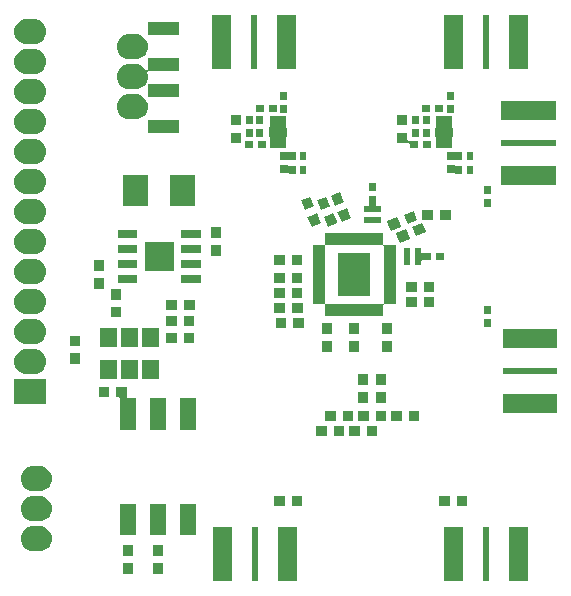
<source format=gbr>
G04 #@! TF.GenerationSoftware,KiCad,Pcbnew,5.0.2-bee76a0~70~ubuntu18.04.1*
G04 #@! TF.CreationDate,2020-07-03T21:26:00+02:00*
G04 #@! TF.ProjectId,lmx2594,6c6d7832-3539-4342-9e6b-696361645f70,rev?*
G04 #@! TF.SameCoordinates,PX463f660PY71d9820*
G04 #@! TF.FileFunction,Soldermask,Top*
G04 #@! TF.FilePolarity,Negative*
%FSLAX46Y46*%
G04 Gerber Fmt 4.6, Leading zero omitted, Abs format (unit mm)*
G04 Created by KiCad (PCBNEW 5.0.2-bee76a0~70~ubuntu18.04.1) date fre  3 jul 2020 21:26:00*
%MOMM*%
%LPD*%
G01*
G04 APERTURE LIST*
%ADD10C,0.100000*%
G04 APERTURE END LIST*
D10*
G36*
X45715000Y207000D02*
X44113000Y207000D01*
X44113000Y4809000D01*
X45715000Y4809000D01*
X45715000Y207000D01*
X45715000Y207000D01*
G37*
G36*
X42415000Y207000D02*
X41913000Y207000D01*
X41913000Y4809000D01*
X42415000Y4809000D01*
X42415000Y207000D01*
X42415000Y207000D01*
G37*
G36*
X40215000Y207000D02*
X38613000Y207000D01*
X38613000Y4809000D01*
X40215000Y4809000D01*
X40215000Y207000D01*
X40215000Y207000D01*
G37*
G36*
X22857000Y207000D02*
X22355000Y207000D01*
X22355000Y4809000D01*
X22857000Y4809000D01*
X22857000Y207000D01*
X22857000Y207000D01*
G37*
G36*
X26157000Y207000D02*
X24555000Y207000D01*
X24555000Y4809000D01*
X26157000Y4809000D01*
X26157000Y207000D01*
X26157000Y207000D01*
G37*
G36*
X20657000Y207000D02*
X19055000Y207000D01*
X19055000Y4809000D01*
X20657000Y4809000D01*
X20657000Y207000D01*
X20657000Y207000D01*
G37*
G36*
X14777000Y843000D02*
X13925000Y843000D01*
X13925000Y1745000D01*
X14777000Y1745000D01*
X14777000Y843000D01*
X14777000Y843000D01*
G37*
G36*
X12237000Y843000D02*
X11385000Y843000D01*
X11385000Y1745000D01*
X12237000Y1745000D01*
X12237000Y843000D01*
X12237000Y843000D01*
G37*
G36*
X14777000Y2343000D02*
X13925000Y2343000D01*
X13925000Y3245000D01*
X14777000Y3245000D01*
X14777000Y2343000D01*
X14777000Y2343000D01*
G37*
G36*
X12237000Y2343000D02*
X11385000Y2343000D01*
X11385000Y3245000D01*
X12237000Y3245000D01*
X12237000Y2343000D01*
X12237000Y2343000D01*
G37*
G36*
X4433114Y4870824D02*
X4527168Y4861561D01*
X4728299Y4800549D01*
X4760899Y4783124D01*
X4913662Y4701471D01*
X5076133Y4568133D01*
X5209471Y4405662D01*
X5291124Y4252899D01*
X5308549Y4220299D01*
X5369561Y4019168D01*
X5390162Y3810000D01*
X5369561Y3600832D01*
X5308549Y3399701D01*
X5308546Y3399696D01*
X5209471Y3214338D01*
X5076133Y3051867D01*
X4913662Y2918529D01*
X4760899Y2836876D01*
X4728299Y2819451D01*
X4527168Y2758439D01*
X4433114Y2749176D01*
X4370413Y2743000D01*
X3757587Y2743000D01*
X3694886Y2749176D01*
X3600832Y2758439D01*
X3399701Y2819451D01*
X3367101Y2836876D01*
X3214338Y2918529D01*
X3051867Y3051867D01*
X2918529Y3214338D01*
X2819454Y3399696D01*
X2819451Y3399701D01*
X2758439Y3600832D01*
X2737838Y3810000D01*
X2758439Y4019168D01*
X2819451Y4220299D01*
X2836876Y4252899D01*
X2918529Y4405662D01*
X3051867Y4568133D01*
X3214338Y4701471D01*
X3367101Y4783124D01*
X3399701Y4800549D01*
X3600832Y4861561D01*
X3694886Y4870824D01*
X3757587Y4877000D01*
X4370413Y4877000D01*
X4433114Y4870824D01*
X4433114Y4870824D01*
G37*
G36*
X15037000Y4140000D02*
X13665000Y4140000D01*
X13665000Y6782000D01*
X15037000Y6782000D01*
X15037000Y4140000D01*
X15037000Y4140000D01*
G37*
G36*
X12497000Y4140000D02*
X11125000Y4140000D01*
X11125000Y6782000D01*
X12497000Y6782000D01*
X12497000Y4140000D01*
X12497000Y4140000D01*
G37*
G36*
X17577000Y4140000D02*
X16205000Y4140000D01*
X16205000Y6782000D01*
X17577000Y6782000D01*
X17577000Y4140000D01*
X17577000Y4140000D01*
G37*
G36*
X4431331Y7411000D02*
X4527168Y7401561D01*
X4728299Y7340549D01*
X4760899Y7323124D01*
X4913662Y7241471D01*
X5076133Y7108133D01*
X5209471Y6945662D01*
X5291124Y6792899D01*
X5308549Y6760299D01*
X5369561Y6559168D01*
X5390162Y6350000D01*
X5369561Y6140832D01*
X5308549Y5939701D01*
X5308546Y5939696D01*
X5209471Y5754338D01*
X5076133Y5591867D01*
X4913662Y5458529D01*
X4760899Y5376876D01*
X4728299Y5359451D01*
X4527168Y5298439D01*
X4433114Y5289176D01*
X4370413Y5283000D01*
X3757587Y5283000D01*
X3694886Y5289176D01*
X3600832Y5298439D01*
X3399701Y5359451D01*
X3367101Y5376876D01*
X3214338Y5458529D01*
X3051867Y5591867D01*
X2918529Y5754338D01*
X2819454Y5939696D01*
X2819451Y5939701D01*
X2758439Y6140832D01*
X2737838Y6350000D01*
X2758439Y6559168D01*
X2819451Y6760299D01*
X2836876Y6792899D01*
X2918529Y6945662D01*
X3051867Y7108133D01*
X3214338Y7241471D01*
X3367101Y7323124D01*
X3399701Y7340549D01*
X3600832Y7401561D01*
X3696669Y7411000D01*
X3757587Y7417000D01*
X4370413Y7417000D01*
X4431331Y7411000D01*
X4431331Y7411000D01*
G37*
G36*
X25101000Y6547000D02*
X24199000Y6547000D01*
X24199000Y7399000D01*
X25101000Y7399000D01*
X25101000Y6547000D01*
X25101000Y6547000D01*
G37*
G36*
X26601000Y6547000D02*
X25699000Y6547000D01*
X25699000Y7399000D01*
X26601000Y7399000D01*
X26601000Y6547000D01*
X26601000Y6547000D01*
G37*
G36*
X40571000Y6559000D02*
X39669000Y6559000D01*
X39669000Y7411000D01*
X40571000Y7411000D01*
X40571000Y6559000D01*
X40571000Y6559000D01*
G37*
G36*
X39071000Y6559000D02*
X38169000Y6559000D01*
X38169000Y7411000D01*
X39071000Y7411000D01*
X39071000Y6559000D01*
X39071000Y6559000D01*
G37*
G36*
X4433114Y9950824D02*
X4527168Y9941561D01*
X4728299Y9880549D01*
X4760899Y9863124D01*
X4913662Y9781471D01*
X5076133Y9648133D01*
X5209471Y9485662D01*
X5291124Y9332899D01*
X5308549Y9300299D01*
X5369561Y9099168D01*
X5390162Y8890000D01*
X5369561Y8680832D01*
X5308549Y8479701D01*
X5308546Y8479696D01*
X5209471Y8294338D01*
X5076133Y8131867D01*
X4913662Y7998529D01*
X4760899Y7916876D01*
X4728299Y7899451D01*
X4527168Y7838439D01*
X4433114Y7829176D01*
X4370413Y7823000D01*
X3757587Y7823000D01*
X3694886Y7829176D01*
X3600832Y7838439D01*
X3399701Y7899451D01*
X3367101Y7916876D01*
X3214338Y7998529D01*
X3051867Y8131867D01*
X2918529Y8294338D01*
X2819454Y8479696D01*
X2819451Y8479701D01*
X2758439Y8680832D01*
X2737838Y8890000D01*
X2758439Y9099168D01*
X2819451Y9300299D01*
X2836876Y9332899D01*
X2918529Y9485662D01*
X3051867Y9648133D01*
X3214338Y9781471D01*
X3367101Y9863124D01*
X3399701Y9880549D01*
X3600832Y9941561D01*
X3694886Y9950824D01*
X3757587Y9957000D01*
X4370413Y9957000D01*
X4433114Y9950824D01*
X4433114Y9950824D01*
G37*
G36*
X32951000Y12528000D02*
X32049000Y12528000D01*
X32049000Y13380000D01*
X32951000Y13380000D01*
X32951000Y12528000D01*
X32951000Y12528000D01*
G37*
G36*
X30157000Y12528000D02*
X29255000Y12528000D01*
X29255000Y13380000D01*
X30157000Y13380000D01*
X30157000Y12528000D01*
X30157000Y12528000D01*
G37*
G36*
X28657000Y12528000D02*
X27755000Y12528000D01*
X27755000Y13380000D01*
X28657000Y13380000D01*
X28657000Y12528000D01*
X28657000Y12528000D01*
G37*
G36*
X31451000Y12528000D02*
X30549000Y12528000D01*
X30549000Y13380000D01*
X31451000Y13380000D01*
X31451000Y12528000D01*
X31451000Y12528000D01*
G37*
G36*
X11742000Y15807000D02*
X11744402Y15782614D01*
X11751515Y15759165D01*
X11763066Y15737554D01*
X11778612Y15718612D01*
X11797554Y15703066D01*
X11819165Y15691515D01*
X11842614Y15684402D01*
X11867000Y15682000D01*
X12497000Y15682000D01*
X12497000Y13040000D01*
X11125000Y13040000D01*
X11125000Y15705000D01*
X11122598Y15729386D01*
X11115485Y15752835D01*
X11103934Y15774446D01*
X11088388Y15793388D01*
X11069446Y15808934D01*
X11047835Y15820485D01*
X11024386Y15827598D01*
X11000000Y15830000D01*
X10840000Y15830000D01*
X10840000Y16682000D01*
X11742000Y16682000D01*
X11742000Y15807000D01*
X11742000Y15807000D01*
G37*
G36*
X17577000Y13040000D02*
X16205000Y13040000D01*
X16205000Y15682000D01*
X17577000Y15682000D01*
X17577000Y13040000D01*
X17577000Y13040000D01*
G37*
G36*
X15037000Y13040000D02*
X13665000Y13040000D01*
X13665000Y15682000D01*
X15037000Y15682000D01*
X15037000Y13040000D01*
X15037000Y13040000D01*
G37*
G36*
X36495000Y13798000D02*
X35593000Y13798000D01*
X35593000Y14650000D01*
X36495000Y14650000D01*
X36495000Y13798000D01*
X36495000Y13798000D01*
G37*
G36*
X34995000Y13798000D02*
X34093000Y13798000D01*
X34093000Y14650000D01*
X34995000Y14650000D01*
X34995000Y13798000D01*
X34995000Y13798000D01*
G37*
G36*
X32213000Y13798000D02*
X31311000Y13798000D01*
X31311000Y14650000D01*
X32213000Y14650000D01*
X32213000Y13798000D01*
X32213000Y13798000D01*
G37*
G36*
X29419000Y13798000D02*
X28517000Y13798000D01*
X28517000Y14650000D01*
X29419000Y14650000D01*
X29419000Y13798000D01*
X29419000Y13798000D01*
G37*
G36*
X30919000Y13798000D02*
X30017000Y13798000D01*
X30017000Y14650000D01*
X30919000Y14650000D01*
X30919000Y13798000D01*
X30919000Y13798000D01*
G37*
G36*
X33713000Y13798000D02*
X32811000Y13798000D01*
X32811000Y14650000D01*
X33713000Y14650000D01*
X33713000Y13798000D01*
X33713000Y13798000D01*
G37*
G36*
X48180000Y14483000D02*
X43578000Y14483000D01*
X43578000Y16085000D01*
X48180000Y16085000D01*
X48180000Y14483000D01*
X48180000Y14483000D01*
G37*
G36*
X4907000Y15205000D02*
X2205000Y15205000D01*
X2205000Y17307000D01*
X4907000Y17307000D01*
X4907000Y15205000D01*
X4907000Y15205000D01*
G37*
G36*
X32176000Y15309000D02*
X31324000Y15309000D01*
X31324000Y16211000D01*
X32176000Y16211000D01*
X32176000Y15309000D01*
X32176000Y15309000D01*
G37*
G36*
X33700000Y15309000D02*
X32848000Y15309000D01*
X32848000Y16211000D01*
X33700000Y16211000D01*
X33700000Y15309000D01*
X33700000Y15309000D01*
G37*
G36*
X10242000Y15830000D02*
X9340000Y15830000D01*
X9340000Y16682000D01*
X10242000Y16682000D01*
X10242000Y15830000D01*
X10242000Y15830000D01*
G37*
G36*
X33700000Y16809000D02*
X32848000Y16809000D01*
X32848000Y17711000D01*
X33700000Y17711000D01*
X33700000Y16809000D01*
X33700000Y16809000D01*
G37*
G36*
X32176000Y16809000D02*
X31324000Y16809000D01*
X31324000Y17711000D01*
X32176000Y17711000D01*
X32176000Y16809000D01*
X32176000Y16809000D01*
G37*
G36*
X12639000Y17327000D02*
X11237000Y17327000D01*
X11237000Y18929000D01*
X12639000Y18929000D01*
X12639000Y17327000D01*
X12639000Y17327000D01*
G37*
G36*
X10861000Y17327000D02*
X9459000Y17327000D01*
X9459000Y18929000D01*
X10861000Y18929000D01*
X10861000Y17327000D01*
X10861000Y17327000D01*
G37*
G36*
X14417000Y17327000D02*
X13015000Y17327000D01*
X13015000Y18929000D01*
X14417000Y18929000D01*
X14417000Y17327000D01*
X14417000Y17327000D01*
G37*
G36*
X3938510Y19843959D02*
X4062032Y19831793D01*
X4260146Y19771695D01*
X4442729Y19674103D01*
X4602765Y19542765D01*
X4734103Y19382729D01*
X4831695Y19200146D01*
X4891793Y19002032D01*
X4912085Y18796000D01*
X4891793Y18589968D01*
X4831695Y18391854D01*
X4734103Y18209271D01*
X4602765Y18049235D01*
X4442729Y17917897D01*
X4260146Y17820305D01*
X4062032Y17760207D01*
X3938510Y17748041D01*
X3907631Y17745000D01*
X3204369Y17745000D01*
X3173490Y17748041D01*
X3049968Y17760207D01*
X2851854Y17820305D01*
X2669271Y17917897D01*
X2509235Y18049235D01*
X2377897Y18209271D01*
X2280305Y18391854D01*
X2220207Y18589968D01*
X2199915Y18796000D01*
X2220207Y19002032D01*
X2280305Y19200146D01*
X2377897Y19382729D01*
X2509235Y19542765D01*
X2669271Y19674103D01*
X2851854Y19771695D01*
X3049968Y19831793D01*
X3173490Y19843959D01*
X3204369Y19847000D01*
X3907631Y19847000D01*
X3938510Y19843959D01*
X3938510Y19843959D01*
G37*
G36*
X48180000Y17783000D02*
X43578000Y17783000D01*
X43578000Y18285000D01*
X48180000Y18285000D01*
X48180000Y17783000D01*
X48180000Y17783000D01*
G37*
G36*
X7792000Y18599000D02*
X6940000Y18599000D01*
X6940000Y19501000D01*
X7792000Y19501000D01*
X7792000Y18599000D01*
X7792000Y18599000D01*
G37*
G36*
X34208000Y19627000D02*
X33356000Y19627000D01*
X33356000Y20529000D01*
X34208000Y20529000D01*
X34208000Y19627000D01*
X34208000Y19627000D01*
G37*
G36*
X31414000Y19627000D02*
X30562000Y19627000D01*
X30562000Y20529000D01*
X31414000Y20529000D01*
X31414000Y19627000D01*
X31414000Y19627000D01*
G37*
G36*
X29128000Y19639000D02*
X28276000Y19639000D01*
X28276000Y20541000D01*
X29128000Y20541000D01*
X29128000Y19639000D01*
X29128000Y19639000D01*
G37*
G36*
X48180000Y19983000D02*
X43578000Y19983000D01*
X43578000Y21585000D01*
X48180000Y21585000D01*
X48180000Y19983000D01*
X48180000Y19983000D01*
G37*
G36*
X10861000Y20027000D02*
X9459000Y20027000D01*
X9459000Y21629000D01*
X10861000Y21629000D01*
X10861000Y20027000D01*
X10861000Y20027000D01*
G37*
G36*
X12639000Y20027000D02*
X11237000Y20027000D01*
X11237000Y21629000D01*
X12639000Y21629000D01*
X12639000Y20027000D01*
X12639000Y20027000D01*
G37*
G36*
X14417000Y20027000D02*
X13015000Y20027000D01*
X13015000Y21629000D01*
X14417000Y21629000D01*
X14417000Y20027000D01*
X14417000Y20027000D01*
G37*
G36*
X7792000Y20099000D02*
X6940000Y20099000D01*
X6940000Y21001000D01*
X7792000Y21001000D01*
X7792000Y20099000D01*
X7792000Y20099000D01*
G37*
G36*
X3938510Y22383959D02*
X4062032Y22371793D01*
X4260146Y22311695D01*
X4442729Y22214103D01*
X4602765Y22082765D01*
X4734103Y21922729D01*
X4831695Y21740146D01*
X4891793Y21542032D01*
X4912085Y21336000D01*
X4891793Y21129968D01*
X4831695Y20931854D01*
X4734103Y20749271D01*
X4602765Y20589235D01*
X4442729Y20457897D01*
X4260146Y20360305D01*
X4062032Y20300207D01*
X3938510Y20288041D01*
X3907631Y20285000D01*
X3204369Y20285000D01*
X3173490Y20288041D01*
X3049968Y20300207D01*
X2851854Y20360305D01*
X2669271Y20457897D01*
X2509235Y20589235D01*
X2377897Y20749271D01*
X2280305Y20931854D01*
X2220207Y21129968D01*
X2199915Y21336000D01*
X2220207Y21542032D01*
X2280305Y21740146D01*
X2377897Y21922729D01*
X2509235Y22082765D01*
X2669271Y22214103D01*
X2851854Y22311695D01*
X3049968Y22371793D01*
X3173490Y22383959D01*
X3204369Y22387000D01*
X3907631Y22387000D01*
X3938510Y22383959D01*
X3938510Y22383959D01*
G37*
G36*
X17457000Y20402000D02*
X16555000Y20402000D01*
X16555000Y21254000D01*
X17457000Y21254000D01*
X17457000Y20402000D01*
X17457000Y20402000D01*
G37*
G36*
X15957000Y20402000D02*
X15055000Y20402000D01*
X15055000Y21254000D01*
X15957000Y21254000D01*
X15957000Y20402000D01*
X15957000Y20402000D01*
G37*
G36*
X31414000Y21127000D02*
X30562000Y21127000D01*
X30562000Y22029000D01*
X31414000Y22029000D01*
X31414000Y21127000D01*
X31414000Y21127000D01*
G37*
G36*
X34208000Y21127000D02*
X33356000Y21127000D01*
X33356000Y22029000D01*
X34208000Y22029000D01*
X34208000Y21127000D01*
X34208000Y21127000D01*
G37*
G36*
X29128000Y21139000D02*
X28276000Y21139000D01*
X28276000Y22041000D01*
X29128000Y22041000D01*
X29128000Y21139000D01*
X29128000Y21139000D01*
G37*
G36*
X25228000Y21672000D02*
X24326000Y21672000D01*
X24326000Y22524000D01*
X25228000Y22524000D01*
X25228000Y21672000D01*
X25228000Y21672000D01*
G37*
G36*
X26728000Y21672000D02*
X25826000Y21672000D01*
X25826000Y22524000D01*
X26728000Y22524000D01*
X26728000Y21672000D01*
X26728000Y21672000D01*
G37*
G36*
X42592000Y21705000D02*
X41990000Y21705000D01*
X41990000Y22407000D01*
X42592000Y22407000D01*
X42592000Y21705000D01*
X42592000Y21705000D01*
G37*
G36*
X17445000Y21799000D02*
X16543000Y21799000D01*
X16543000Y22651000D01*
X17445000Y22651000D01*
X17445000Y21799000D01*
X17445000Y21799000D01*
G37*
G36*
X15945000Y21799000D02*
X15043000Y21799000D01*
X15043000Y22651000D01*
X15945000Y22651000D01*
X15945000Y21799000D01*
X15945000Y21799000D01*
G37*
G36*
X11221000Y22548000D02*
X10369000Y22548000D01*
X10369000Y23450000D01*
X11221000Y23450000D01*
X11221000Y22548000D01*
X11221000Y22548000D01*
G37*
G36*
X33463000Y28762000D02*
X33465402Y28737614D01*
X33472515Y28714165D01*
X33484066Y28692554D01*
X33499612Y28673612D01*
X33518554Y28658066D01*
X33540165Y28646515D01*
X33563614Y28639402D01*
X33588000Y28637000D01*
X34488000Y28637000D01*
X34488000Y23687000D01*
X33588000Y23687000D01*
X33563614Y23684598D01*
X33540165Y23677485D01*
X33518554Y23665934D01*
X33499612Y23650388D01*
X33484066Y23631446D01*
X33472515Y23609835D01*
X33465402Y23586386D01*
X33463000Y23562000D01*
X33463000Y22662000D01*
X28513000Y22662000D01*
X28513000Y23562000D01*
X28510598Y23586386D01*
X28503485Y23609835D01*
X28491934Y23631446D01*
X28476388Y23650388D01*
X28457446Y23665934D01*
X28435835Y23677485D01*
X28412386Y23684598D01*
X28388000Y23687000D01*
X27488000Y23687000D01*
X27488000Y28537000D01*
X28488000Y28537000D01*
X28488000Y23787000D01*
X28490402Y23762614D01*
X28497515Y23739165D01*
X28509066Y23717554D01*
X28524612Y23698612D01*
X28543554Y23683066D01*
X28565165Y23671515D01*
X28588614Y23664402D01*
X28613000Y23662000D01*
X33363000Y23662000D01*
X33387386Y23664402D01*
X33410835Y23671515D01*
X33432446Y23683066D01*
X33451388Y23698612D01*
X33466934Y23717554D01*
X33478485Y23739165D01*
X33485598Y23762614D01*
X33488000Y23787000D01*
X33488000Y28537000D01*
X33485598Y28561386D01*
X33478485Y28584835D01*
X33466934Y28606446D01*
X33451388Y28625388D01*
X33432446Y28640934D01*
X33410835Y28652485D01*
X33387386Y28659598D01*
X33363000Y28662000D01*
X28613000Y28662000D01*
X28588614Y28659598D01*
X28565165Y28652485D01*
X28543554Y28640934D01*
X28524612Y28625388D01*
X28509066Y28606446D01*
X28497515Y28584835D01*
X28490402Y28561386D01*
X28488000Y28537000D01*
X27488000Y28537000D01*
X27488000Y28637000D01*
X28388000Y28637000D01*
X28412386Y28639402D01*
X28435835Y28646515D01*
X28457446Y28658066D01*
X28476388Y28673612D01*
X28491934Y28692554D01*
X28503485Y28714165D01*
X28510598Y28737614D01*
X28513000Y28762000D01*
X28513000Y29662000D01*
X33463000Y29662000D01*
X33463000Y28762000D01*
X33463000Y28762000D01*
G37*
G36*
X32339000Y24361000D02*
X29637000Y24361000D01*
X29637000Y27963000D01*
X32339000Y27963000D01*
X32339000Y24361000D01*
X32339000Y24361000D01*
G37*
G36*
X42592000Y22805000D02*
X41990000Y22805000D01*
X41990000Y23507000D01*
X42592000Y23507000D01*
X42592000Y22805000D01*
X42592000Y22805000D01*
G37*
G36*
X3938510Y24923959D02*
X4062032Y24911793D01*
X4260146Y24851695D01*
X4442729Y24754103D01*
X4602765Y24622765D01*
X4734103Y24462729D01*
X4831695Y24280146D01*
X4891793Y24082032D01*
X4912085Y23876000D01*
X4891793Y23669968D01*
X4831695Y23471854D01*
X4734103Y23289271D01*
X4602765Y23129235D01*
X4442729Y22997897D01*
X4260146Y22900305D01*
X4062032Y22840207D01*
X3938510Y22828041D01*
X3907631Y22825000D01*
X3204369Y22825000D01*
X3173490Y22828041D01*
X3049968Y22840207D01*
X2851854Y22900305D01*
X2669271Y22997897D01*
X2509235Y23129235D01*
X2377897Y23289271D01*
X2280305Y23471854D01*
X2220207Y23669968D01*
X2199915Y23876000D01*
X2220207Y24082032D01*
X2280305Y24280146D01*
X2377897Y24462729D01*
X2509235Y24622765D01*
X2669271Y24754103D01*
X2851854Y24851695D01*
X3049968Y24911793D01*
X3173490Y24923959D01*
X3204369Y24927000D01*
X3907631Y24927000D01*
X3938510Y24923959D01*
X3938510Y24923959D01*
G37*
G36*
X26613000Y22942000D02*
X25711000Y22942000D01*
X25711000Y23794000D01*
X26613000Y23794000D01*
X26613000Y22942000D01*
X26613000Y22942000D01*
G37*
G36*
X25113000Y22942000D02*
X24211000Y22942000D01*
X24211000Y23794000D01*
X25113000Y23794000D01*
X25113000Y22942000D01*
X25113000Y22942000D01*
G37*
G36*
X17469000Y23196000D02*
X16567000Y23196000D01*
X16567000Y24048000D01*
X17469000Y24048000D01*
X17469000Y23196000D01*
X17469000Y23196000D01*
G37*
G36*
X15969000Y23196000D02*
X15067000Y23196000D01*
X15067000Y24048000D01*
X15969000Y24048000D01*
X15969000Y23196000D01*
X15969000Y23196000D01*
G37*
G36*
X37777000Y23450000D02*
X36875000Y23450000D01*
X36875000Y24302000D01*
X37777000Y24302000D01*
X37777000Y23450000D01*
X37777000Y23450000D01*
G37*
G36*
X36277000Y23450000D02*
X35375000Y23450000D01*
X35375000Y24302000D01*
X36277000Y24302000D01*
X36277000Y23450000D01*
X36277000Y23450000D01*
G37*
G36*
X11221000Y24048000D02*
X10369000Y24048000D01*
X10369000Y24950000D01*
X11221000Y24950000D01*
X11221000Y24048000D01*
X11221000Y24048000D01*
G37*
G36*
X25101000Y24212000D02*
X24199000Y24212000D01*
X24199000Y25064000D01*
X25101000Y25064000D01*
X25101000Y24212000D01*
X25101000Y24212000D01*
G37*
G36*
X26601000Y24212000D02*
X25699000Y24212000D01*
X25699000Y25064000D01*
X26601000Y25064000D01*
X26601000Y24212000D01*
X26601000Y24212000D01*
G37*
G36*
X37777000Y24720000D02*
X36875000Y24720000D01*
X36875000Y25572000D01*
X37777000Y25572000D01*
X37777000Y24720000D01*
X37777000Y24720000D01*
G37*
G36*
X36277000Y24720000D02*
X35375000Y24720000D01*
X35375000Y25572000D01*
X36277000Y25572000D01*
X36277000Y24720000D01*
X36277000Y24720000D01*
G37*
G36*
X9824000Y24973000D02*
X8972000Y24973000D01*
X8972000Y25875000D01*
X9824000Y25875000D01*
X9824000Y24973000D01*
X9824000Y24973000D01*
G37*
G36*
X3938510Y27463959D02*
X4062032Y27451793D01*
X4260146Y27391695D01*
X4442729Y27294103D01*
X4602765Y27162765D01*
X4734103Y27002729D01*
X4831695Y26820146D01*
X4891793Y26622032D01*
X4912085Y26416000D01*
X4891793Y26209968D01*
X4831695Y26011854D01*
X4734103Y25829271D01*
X4602765Y25669235D01*
X4442729Y25537897D01*
X4260146Y25440305D01*
X4062032Y25380207D01*
X3938510Y25368041D01*
X3907631Y25365000D01*
X3204369Y25365000D01*
X3173490Y25368041D01*
X3049968Y25380207D01*
X2851854Y25440305D01*
X2669271Y25537897D01*
X2509235Y25669235D01*
X2377897Y25829271D01*
X2280305Y26011854D01*
X2220207Y26209968D01*
X2199915Y26416000D01*
X2220207Y26622032D01*
X2280305Y26820146D01*
X2377897Y27002729D01*
X2509235Y27162765D01*
X2669271Y27294103D01*
X2851854Y27391695D01*
X3049968Y27451793D01*
X3173490Y27463959D01*
X3204369Y27467000D01*
X3907631Y27467000D01*
X3938510Y27463959D01*
X3938510Y27463959D01*
G37*
G36*
X12604000Y25430000D02*
X10952000Y25430000D01*
X10952000Y26132000D01*
X12604000Y26132000D01*
X12604000Y25430000D01*
X12604000Y25430000D01*
G37*
G36*
X18004000Y25430000D02*
X16352000Y25430000D01*
X16352000Y26132000D01*
X18004000Y26132000D01*
X18004000Y25430000D01*
X18004000Y25430000D01*
G37*
G36*
X26601000Y25482000D02*
X25699000Y25482000D01*
X25699000Y26334000D01*
X26601000Y26334000D01*
X26601000Y25482000D01*
X26601000Y25482000D01*
G37*
G36*
X25101000Y25482000D02*
X24199000Y25482000D01*
X24199000Y26334000D01*
X25101000Y26334000D01*
X25101000Y25482000D01*
X25101000Y25482000D01*
G37*
G36*
X15704000Y26460000D02*
X13252000Y26460000D01*
X13252000Y28912000D01*
X15704000Y28912000D01*
X15704000Y26460000D01*
X15704000Y26460000D01*
G37*
G36*
X9824000Y26473000D02*
X8972000Y26473000D01*
X8972000Y27375000D01*
X9824000Y27375000D01*
X9824000Y26473000D01*
X9824000Y26473000D01*
G37*
G36*
X12604000Y26700000D02*
X10952000Y26700000D01*
X10952000Y27402000D01*
X12604000Y27402000D01*
X12604000Y26700000D01*
X12604000Y26700000D01*
G37*
G36*
X18004000Y26700000D02*
X16352000Y26700000D01*
X16352000Y27402000D01*
X18004000Y27402000D01*
X18004000Y26700000D01*
X18004000Y26700000D01*
G37*
G36*
X36642000Y28112000D02*
X36644402Y28087614D01*
X36651515Y28064165D01*
X36663066Y28042554D01*
X36678612Y28023612D01*
X36697554Y28008066D01*
X36719165Y27996515D01*
X36742614Y27989402D01*
X36767000Y27987000D01*
X37520000Y27987000D01*
X37520000Y27385000D01*
X36767000Y27385000D01*
X36742614Y27382598D01*
X36719165Y27375485D01*
X36697554Y27363934D01*
X36678612Y27348388D01*
X36663066Y27329446D01*
X36651515Y27307835D01*
X36644402Y27284386D01*
X36642000Y27260000D01*
X36642000Y26954000D01*
X36140000Y26954000D01*
X36140000Y28418000D01*
X36642000Y28418000D01*
X36642000Y28112000D01*
X36642000Y28112000D01*
G37*
G36*
X35742000Y26954000D02*
X35240000Y26954000D01*
X35240000Y28418000D01*
X35742000Y28418000D01*
X35742000Y26954000D01*
X35742000Y26954000D01*
G37*
G36*
X25101000Y27006000D02*
X24199000Y27006000D01*
X24199000Y27858000D01*
X25101000Y27858000D01*
X25101000Y27006000D01*
X25101000Y27006000D01*
G37*
G36*
X26601000Y27006000D02*
X25699000Y27006000D01*
X25699000Y27858000D01*
X26601000Y27858000D01*
X26601000Y27006000D01*
X26601000Y27006000D01*
G37*
G36*
X38620000Y27385000D02*
X37918000Y27385000D01*
X37918000Y27987000D01*
X38620000Y27987000D01*
X38620000Y27385000D01*
X38620000Y27385000D01*
G37*
G36*
X19730000Y27767000D02*
X18878000Y27767000D01*
X18878000Y28669000D01*
X19730000Y28669000D01*
X19730000Y27767000D01*
X19730000Y27767000D01*
G37*
G36*
X3938510Y30003959D02*
X4062032Y29991793D01*
X4260146Y29931695D01*
X4442729Y29834103D01*
X4602765Y29702765D01*
X4734103Y29542729D01*
X4831695Y29360146D01*
X4891793Y29162032D01*
X4912085Y28956000D01*
X4891793Y28749968D01*
X4831695Y28551854D01*
X4734103Y28369271D01*
X4602765Y28209235D01*
X4442729Y28077897D01*
X4260146Y27980305D01*
X4062032Y27920207D01*
X3938510Y27908041D01*
X3907631Y27905000D01*
X3204369Y27905000D01*
X3173490Y27908041D01*
X3049968Y27920207D01*
X2851854Y27980305D01*
X2669271Y28077897D01*
X2509235Y28209235D01*
X2377897Y28369271D01*
X2280305Y28551854D01*
X2220207Y28749968D01*
X2199915Y28956000D01*
X2220207Y29162032D01*
X2280305Y29360146D01*
X2377897Y29542729D01*
X2509235Y29702765D01*
X2669271Y29834103D01*
X2851854Y29931695D01*
X3049968Y29991793D01*
X3173490Y30003959D01*
X3204369Y30007000D01*
X3907631Y30007000D01*
X3938510Y30003959D01*
X3938510Y30003959D01*
G37*
G36*
X12604000Y27970000D02*
X10952000Y27970000D01*
X10952000Y28672000D01*
X12604000Y28672000D01*
X12604000Y27970000D01*
X12604000Y27970000D01*
G37*
G36*
X18004000Y27970000D02*
X16352000Y27970000D01*
X16352000Y28672000D01*
X18004000Y28672000D01*
X18004000Y27970000D01*
X18004000Y27970000D01*
G37*
G36*
X35676359Y29240000D02*
X35688783Y29210004D01*
X34855443Y28864824D01*
X34732337Y29162028D01*
X34529397Y29651969D01*
X34529397Y29651970D01*
X35362737Y29997150D01*
X35676359Y29240000D01*
X35676359Y29240000D01*
G37*
G36*
X18004000Y29240000D02*
X16352000Y29240000D01*
X16352000Y29942000D01*
X18004000Y29942000D01*
X18004000Y29240000D01*
X18004000Y29240000D01*
G37*
G36*
X12604000Y29240000D02*
X10952000Y29240000D01*
X10952000Y29942000D01*
X12604000Y29942000D01*
X12604000Y29240000D01*
X12604000Y29240000D01*
G37*
G36*
X19730000Y29267000D02*
X18878000Y29267000D01*
X18878000Y30169000D01*
X19730000Y30169000D01*
X19730000Y29267000D01*
X19730000Y29267000D01*
G37*
G36*
X37053863Y29834103D02*
X37074603Y29784030D01*
X36241263Y29438850D01*
X35915217Y30225995D01*
X35915217Y30225996D01*
X36748557Y30571176D01*
X37053863Y29834103D01*
X37053863Y29834103D01*
G37*
G36*
X34828880Y30520306D02*
X34950783Y30226004D01*
X34117443Y29880824D01*
X33974465Y30226004D01*
X33791397Y30667969D01*
X33791397Y30667970D01*
X34624737Y31013150D01*
X34828880Y30520306D01*
X34828880Y30520306D01*
G37*
G36*
X29506081Y30667969D02*
X29555176Y30549443D01*
X28768031Y30223397D01*
X28768030Y30223397D01*
X28422850Y31056737D01*
X28870103Y31241995D01*
X29209995Y31382783D01*
X29209996Y31382783D01*
X29506081Y30667969D01*
X29506081Y30667969D01*
G37*
G36*
X28109081Y30667969D02*
X28158176Y30549443D01*
X27371031Y30223397D01*
X27371030Y30223397D01*
X27025850Y31056737D01*
X27473103Y31241995D01*
X27812995Y31382783D01*
X27812996Y31382783D01*
X28109081Y30667969D01*
X28109081Y30667969D01*
G37*
G36*
X3938510Y32543959D02*
X4062032Y32531793D01*
X4260146Y32471695D01*
X4442729Y32374103D01*
X4602765Y32242765D01*
X4734103Y32082729D01*
X4831695Y31900146D01*
X4891793Y31702032D01*
X4912085Y31496000D01*
X4891793Y31289968D01*
X4831695Y31091854D01*
X4734103Y30909271D01*
X4602765Y30749235D01*
X4442729Y30617897D01*
X4260146Y30520305D01*
X4062032Y30460207D01*
X3938510Y30448041D01*
X3907631Y30445000D01*
X3204369Y30445000D01*
X3173490Y30448041D01*
X3049968Y30460207D01*
X2851854Y30520305D01*
X2669271Y30617897D01*
X2509235Y30749235D01*
X2377897Y30909271D01*
X2280305Y31091854D01*
X2220207Y31289968D01*
X2199915Y31496000D01*
X2220207Y31702032D01*
X2280305Y31900146D01*
X2377897Y32082729D01*
X2509235Y32242765D01*
X2669271Y32374103D01*
X2851854Y32471695D01*
X3049968Y32531793D01*
X3173490Y32543959D01*
X3204369Y32547000D01*
X3907631Y32547000D01*
X3938510Y32543959D01*
X3938510Y32543959D01*
G37*
G36*
X36334144Y30805968D02*
X36336603Y30800030D01*
X35503263Y30454850D01*
X35381325Y30749235D01*
X35177217Y31241995D01*
X35177217Y31241996D01*
X36010557Y31587176D01*
X36334144Y30805968D01*
X36334144Y30805968D01*
G37*
G36*
X33244000Y30541000D02*
X31780000Y30541000D01*
X31780000Y31043000D01*
X33244000Y31043000D01*
X33244000Y30541000D01*
X33244000Y30541000D01*
G37*
G36*
X30631318Y31091852D02*
X30698176Y30930443D01*
X29911031Y30604397D01*
X29911030Y30604397D01*
X29565850Y31437737D01*
X29573728Y31441000D01*
X30352995Y31763783D01*
X30352996Y31763783D01*
X30631318Y31091852D01*
X30631318Y31091852D01*
G37*
G36*
X37662000Y30816000D02*
X36834223Y30816000D01*
X36809837Y30813598D01*
X36786388Y30806485D01*
X36772710Y30799174D01*
X36760000Y30805968D01*
X36760000Y31668000D01*
X37662000Y31668000D01*
X37662000Y30816000D01*
X37662000Y30816000D01*
G37*
G36*
X39162000Y30816000D02*
X38260000Y30816000D01*
X38260000Y31668000D01*
X39162000Y31668000D01*
X39162000Y30816000D01*
X39162000Y30816000D01*
G37*
G36*
X32813000Y32068000D02*
X32815402Y32043614D01*
X32822515Y32020165D01*
X32834066Y31998554D01*
X32849612Y31979612D01*
X32868554Y31964066D01*
X32890165Y31952515D01*
X32913614Y31945402D01*
X32938000Y31943000D01*
X33244000Y31943000D01*
X33244000Y31441000D01*
X31780000Y31441000D01*
X31780000Y31943000D01*
X32086000Y31943000D01*
X32110386Y31945402D01*
X32133835Y31952515D01*
X32155446Y31964066D01*
X32174388Y31979612D01*
X32189934Y31998554D01*
X32201485Y32020165D01*
X32208598Y32043614D01*
X32211000Y32068000D01*
X32211000Y32821000D01*
X32813000Y32821000D01*
X32813000Y32068000D01*
X32813000Y32068000D01*
G37*
G36*
X27557934Y31998554D02*
X27584150Y31935263D01*
X26797005Y31609217D01*
X26797004Y31609217D01*
X26451824Y32442557D01*
X26752256Y32567000D01*
X27238969Y32768603D01*
X27238970Y32768603D01*
X27557934Y31998554D01*
X27557934Y31998554D01*
G37*
G36*
X28954934Y31998554D02*
X28981150Y31935263D01*
X28194005Y31609217D01*
X28194004Y31609217D01*
X27848824Y32442557D01*
X28149256Y32567000D01*
X28635969Y32768603D01*
X28635970Y32768603D01*
X28954934Y31998554D01*
X28954934Y31998554D01*
G37*
G36*
X42592000Y31865000D02*
X41990000Y31865000D01*
X41990000Y32567000D01*
X42592000Y32567000D01*
X42592000Y31865000D01*
X42592000Y31865000D01*
G37*
G36*
X13497000Y31973000D02*
X11395000Y31973000D01*
X11395000Y34575000D01*
X13497000Y34575000D01*
X13497000Y31973000D01*
X13497000Y31973000D01*
G37*
G36*
X17497000Y31973000D02*
X15395000Y31973000D01*
X15395000Y34575000D01*
X17497000Y34575000D01*
X17497000Y31973000D01*
X17497000Y31973000D01*
G37*
G36*
X30071837Y32442557D02*
X30124150Y32316263D01*
X29337005Y31990217D01*
X29337004Y31990217D01*
X28991824Y32823557D01*
X29333298Y32965000D01*
X29778969Y33149603D01*
X29778970Y33149603D01*
X30071837Y32442557D01*
X30071837Y32442557D01*
G37*
G36*
X42592000Y32965000D02*
X41990000Y32965000D01*
X41990000Y33667000D01*
X42592000Y33667000D01*
X42592000Y32965000D01*
X42592000Y32965000D01*
G37*
G36*
X3938510Y35083959D02*
X4062032Y35071793D01*
X4260146Y35011695D01*
X4442729Y34914103D01*
X4602765Y34782765D01*
X4734103Y34622729D01*
X4831695Y34440146D01*
X4891793Y34242032D01*
X4912085Y34036000D01*
X4891793Y33829968D01*
X4831695Y33631854D01*
X4734103Y33449271D01*
X4602765Y33289235D01*
X4442729Y33157897D01*
X4260146Y33060305D01*
X4062032Y33000207D01*
X3938510Y32988041D01*
X3907631Y32985000D01*
X3204369Y32985000D01*
X3173490Y32988041D01*
X3049968Y33000207D01*
X2851854Y33060305D01*
X2669271Y33157897D01*
X2509235Y33289235D01*
X2377897Y33449271D01*
X2280305Y33631854D01*
X2220207Y33829968D01*
X2199915Y34036000D01*
X2220207Y34242032D01*
X2280305Y34440146D01*
X2377897Y34622729D01*
X2509235Y34782765D01*
X2669271Y34914103D01*
X2851854Y35011695D01*
X3049968Y35071793D01*
X3173490Y35083959D01*
X3204369Y35087000D01*
X3907631Y35087000D01*
X3938510Y35083959D01*
X3938510Y35083959D01*
G37*
G36*
X32813000Y33219000D02*
X32211000Y33219000D01*
X32211000Y33921000D01*
X32813000Y33921000D01*
X32813000Y33219000D01*
X32813000Y33219000D01*
G37*
G36*
X48053000Y33787000D02*
X43451000Y33787000D01*
X43451000Y35389000D01*
X48053000Y35389000D01*
X48053000Y33787000D01*
X48053000Y33787000D01*
G37*
G36*
X39453612Y35439612D02*
X39472554Y35424066D01*
X39494165Y35412515D01*
X39517614Y35405402D01*
X39542000Y35403000D01*
X40129000Y35403000D01*
X40129000Y34701000D01*
X39595631Y34701000D01*
X39590388Y34707388D01*
X39571446Y34722934D01*
X39549835Y34734485D01*
X39526386Y34741598D01*
X39502000Y34744000D01*
X38815000Y34744000D01*
X38815000Y35446000D01*
X39448369Y35446000D01*
X39453612Y35439612D01*
X39453612Y35439612D01*
G37*
G36*
X41029000Y34701000D02*
X40527000Y34701000D01*
X40527000Y35403000D01*
X41029000Y35403000D01*
X41029000Y34701000D01*
X41029000Y34701000D01*
G37*
G36*
X26932000Y34701000D02*
X26430000Y34701000D01*
X26430000Y35403000D01*
X26932000Y35403000D01*
X26932000Y34701000D01*
X26932000Y34701000D01*
G37*
G36*
X25356612Y35439612D02*
X25375554Y35424066D01*
X25397165Y35412515D01*
X25420614Y35405402D01*
X25445000Y35403000D01*
X26032000Y35403000D01*
X26032000Y34701000D01*
X25498631Y34701000D01*
X25493388Y34707388D01*
X25474446Y34722934D01*
X25452835Y34734485D01*
X25429386Y34741598D01*
X25405000Y34744000D01*
X24718000Y34744000D01*
X24718000Y35446000D01*
X25351369Y35446000D01*
X25356612Y35439612D01*
X25356612Y35439612D01*
G37*
G36*
X3938510Y37623959D02*
X4062032Y37611793D01*
X4260146Y37551695D01*
X4442729Y37454103D01*
X4602765Y37322765D01*
X4734103Y37162729D01*
X4831695Y36980146D01*
X4891793Y36782032D01*
X4912085Y36576000D01*
X4891793Y36369968D01*
X4831695Y36171854D01*
X4734103Y35989271D01*
X4602765Y35829235D01*
X4442729Y35697897D01*
X4260146Y35600305D01*
X4062032Y35540207D01*
X3938510Y35528041D01*
X3907631Y35525000D01*
X3204369Y35525000D01*
X3173490Y35528041D01*
X3049968Y35540207D01*
X2851854Y35600305D01*
X2669271Y35697897D01*
X2509235Y35829235D01*
X2377897Y35989271D01*
X2280305Y36171854D01*
X2220207Y36369968D01*
X2199915Y36576000D01*
X2220207Y36782032D01*
X2280305Y36980146D01*
X2377897Y37162729D01*
X2509235Y37322765D01*
X2669271Y37454103D01*
X2851854Y37551695D01*
X3049968Y37611793D01*
X3173490Y37623959D01*
X3204369Y37627000D01*
X3907631Y37627000D01*
X3938510Y37623959D01*
X3938510Y37623959D01*
G37*
G36*
X26032000Y35844000D02*
X24718000Y35844000D01*
X24718000Y36546000D01*
X26032000Y36546000D01*
X26032000Y35844000D01*
X26032000Y35844000D01*
G37*
G36*
X26932000Y35844000D02*
X26430000Y35844000D01*
X26430000Y36546000D01*
X26932000Y36546000D01*
X26932000Y35844000D01*
X26932000Y35844000D01*
G37*
G36*
X41029000Y35844000D02*
X40527000Y35844000D01*
X40527000Y36546000D01*
X41029000Y36546000D01*
X41029000Y35844000D01*
X41029000Y35844000D01*
G37*
G36*
X40129000Y35844000D02*
X38815000Y35844000D01*
X38815000Y36546000D01*
X40129000Y36546000D01*
X40129000Y35844000D01*
X40129000Y35844000D01*
G37*
G36*
X25187000Y38708000D02*
X25189402Y38683614D01*
X25196515Y38660165D01*
X25208066Y38638554D01*
X25223612Y38619612D01*
X25242554Y38604066D01*
X25264165Y38592515D01*
X25272000Y38590138D01*
X25272000Y37863862D01*
X25264165Y37861485D01*
X25242554Y37849934D01*
X25223612Y37834388D01*
X25208066Y37815446D01*
X25196515Y37793835D01*
X25189402Y37770386D01*
X25187000Y37746000D01*
X25187000Y36901000D01*
X23835000Y36901000D01*
X23835000Y37746000D01*
X23832598Y37770386D01*
X23825485Y37793835D01*
X23813934Y37815446D01*
X23798388Y37834388D01*
X23779446Y37849934D01*
X23757835Y37861485D01*
X23750000Y37863862D01*
X23750000Y38590138D01*
X23757835Y38592515D01*
X23779446Y38604066D01*
X23798388Y38619612D01*
X23813934Y38638554D01*
X23825485Y38660165D01*
X23832598Y38683614D01*
X23835000Y38708000D01*
X23835000Y39553000D01*
X25187000Y39553000D01*
X25187000Y38708000D01*
X25187000Y38708000D01*
G37*
G36*
X39284000Y38708000D02*
X39286402Y38683614D01*
X39293515Y38660165D01*
X39305066Y38638554D01*
X39320612Y38619612D01*
X39339554Y38604066D01*
X39361165Y38592515D01*
X39369000Y38590138D01*
X39369000Y37863862D01*
X39361165Y37861485D01*
X39339554Y37849934D01*
X39320612Y37834388D01*
X39305066Y37815446D01*
X39293515Y37793835D01*
X39286402Y37770386D01*
X39284000Y37746000D01*
X39284000Y36901000D01*
X37932000Y36901000D01*
X37932000Y37746000D01*
X37929598Y37770386D01*
X37922485Y37793835D01*
X37910934Y37815446D01*
X37895388Y37834388D01*
X37876446Y37849934D01*
X37854835Y37861485D01*
X37847000Y37863862D01*
X37847000Y38590138D01*
X37854835Y38592515D01*
X37876446Y38604066D01*
X37895388Y38619612D01*
X37910934Y38638554D01*
X37922485Y38660165D01*
X37929598Y38683614D01*
X37932000Y38708000D01*
X37932000Y39553000D01*
X39284000Y39553000D01*
X39284000Y38708000D01*
X39284000Y38708000D01*
G37*
G36*
X23549000Y36910000D02*
X22847000Y36910000D01*
X22847000Y37512000D01*
X23549000Y37512000D01*
X23549000Y36910000D01*
X23549000Y36910000D01*
G37*
G36*
X22449000Y36910000D02*
X21747000Y36910000D01*
X21747000Y37512000D01*
X22449000Y37512000D01*
X22449000Y36910000D01*
X22449000Y36910000D01*
G37*
G36*
X37519000Y36910000D02*
X36817000Y36910000D01*
X36817000Y37512000D01*
X37519000Y37512000D01*
X37519000Y36910000D01*
X37519000Y36910000D01*
G37*
G36*
X35478000Y37637000D02*
X35480402Y37612614D01*
X35487515Y37589165D01*
X35499066Y37567554D01*
X35514612Y37548612D01*
X35533554Y37533066D01*
X35555165Y37521515D01*
X35578614Y37514402D01*
X35603000Y37512000D01*
X36419000Y37512000D01*
X36419000Y36910000D01*
X35717000Y36910000D01*
X35717000Y37167000D01*
X35714598Y37191386D01*
X35707485Y37214835D01*
X35695934Y37236446D01*
X35680388Y37255388D01*
X35661446Y37270934D01*
X35639835Y37282485D01*
X35616386Y37289598D01*
X35592000Y37292000D01*
X34626000Y37292000D01*
X34626000Y38194000D01*
X35478000Y38194000D01*
X35478000Y37637000D01*
X35478000Y37637000D01*
G37*
G36*
X48053000Y37087000D02*
X43451000Y37087000D01*
X43451000Y37589000D01*
X48053000Y37589000D01*
X48053000Y37087000D01*
X48053000Y37087000D01*
G37*
G36*
X21381000Y37292000D02*
X20529000Y37292000D01*
X20529000Y38194000D01*
X21381000Y38194000D01*
X21381000Y37292000D01*
X21381000Y37292000D01*
G37*
G36*
X22399000Y37792000D02*
X21797000Y37792000D01*
X21797000Y38494000D01*
X22399000Y38494000D01*
X22399000Y37792000D01*
X22399000Y37792000D01*
G37*
G36*
X36496000Y37792000D02*
X35894000Y37792000D01*
X35894000Y38494000D01*
X36496000Y38494000D01*
X36496000Y37792000D01*
X36496000Y37792000D01*
G37*
G36*
X37385000Y37792000D02*
X36783000Y37792000D01*
X36783000Y38494000D01*
X37385000Y38494000D01*
X37385000Y37792000D01*
X37385000Y37792000D01*
G37*
G36*
X23288000Y37792000D02*
X22686000Y37792000D01*
X22686000Y38494000D01*
X23288000Y38494000D01*
X23288000Y37792000D01*
X23288000Y37792000D01*
G37*
G36*
X3938510Y40163959D02*
X4062032Y40151793D01*
X4260146Y40091695D01*
X4442729Y39994103D01*
X4602765Y39862765D01*
X4734103Y39702729D01*
X4831695Y39520146D01*
X4891793Y39322032D01*
X4912085Y39116000D01*
X4891793Y38909968D01*
X4831695Y38711854D01*
X4734103Y38529271D01*
X4602765Y38369235D01*
X4442729Y38237897D01*
X4260146Y38140305D01*
X4062032Y38080207D01*
X3938510Y38068041D01*
X3907631Y38065000D01*
X3204369Y38065000D01*
X3173490Y38068041D01*
X3049968Y38080207D01*
X2851854Y38140305D01*
X2669271Y38237897D01*
X2509235Y38369235D01*
X2377897Y38529271D01*
X2280305Y38711854D01*
X2220207Y38909968D01*
X2199915Y39116000D01*
X2220207Y39322032D01*
X2280305Y39520146D01*
X2377897Y39702729D01*
X2509235Y39862765D01*
X2669271Y39994103D01*
X2851854Y40091695D01*
X3049968Y40151793D01*
X3173490Y40163959D01*
X3204369Y40167000D01*
X3907631Y40167000D01*
X3938510Y40163959D01*
X3938510Y40163959D01*
G37*
G36*
X16160000Y38184000D02*
X13558000Y38184000D01*
X13558000Y39286000D01*
X16160000Y39286000D01*
X16160000Y38184000D01*
X16160000Y38184000D01*
G37*
G36*
X35478000Y38792000D02*
X34626000Y38792000D01*
X34626000Y39694000D01*
X35478000Y39694000D01*
X35478000Y38792000D01*
X35478000Y38792000D01*
G37*
G36*
X21381000Y38792000D02*
X20529000Y38792000D01*
X20529000Y39694000D01*
X21381000Y39694000D01*
X21381000Y38792000D01*
X21381000Y38792000D01*
G37*
G36*
X36496000Y38892000D02*
X35894000Y38892000D01*
X35894000Y39594000D01*
X36496000Y39594000D01*
X36496000Y38892000D01*
X36496000Y38892000D01*
G37*
G36*
X37385000Y38892000D02*
X36783000Y38892000D01*
X36783000Y39594000D01*
X37385000Y39594000D01*
X37385000Y38892000D01*
X37385000Y38892000D01*
G37*
G36*
X23288000Y38892000D02*
X22686000Y38892000D01*
X22686000Y39594000D01*
X23288000Y39594000D01*
X23288000Y38892000D01*
X23288000Y38892000D01*
G37*
G36*
X22399000Y38892000D02*
X21797000Y38892000D01*
X21797000Y39594000D01*
X22399000Y39594000D01*
X22399000Y38892000D01*
X22399000Y38892000D01*
G37*
G36*
X48053000Y39287000D02*
X43451000Y39287000D01*
X43451000Y40889000D01*
X48053000Y40889000D01*
X48053000Y39287000D01*
X48053000Y39287000D01*
G37*
G36*
X12561114Y41446824D02*
X12655168Y41437561D01*
X12856299Y41376549D01*
X12888899Y41359124D01*
X13041662Y41277471D01*
X13204133Y41144133D01*
X13336374Y40982998D01*
X13337196Y40982176D01*
X13386999Y40889000D01*
X13436549Y40796299D01*
X13497561Y40595168D01*
X13518162Y40386000D01*
X13497561Y40176832D01*
X13436549Y39975701D01*
X13419124Y39943101D01*
X13337471Y39790338D01*
X13204133Y39627867D01*
X13041662Y39494529D01*
X12888899Y39412876D01*
X12856299Y39395451D01*
X12655168Y39334439D01*
X12561114Y39325176D01*
X12498413Y39319000D01*
X11885587Y39319000D01*
X11822886Y39325176D01*
X11728832Y39334439D01*
X11527701Y39395451D01*
X11495101Y39412876D01*
X11342338Y39494529D01*
X11179867Y39627867D01*
X11046529Y39790338D01*
X10964876Y39943101D01*
X10947451Y39975701D01*
X10886439Y40176832D01*
X10865838Y40386000D01*
X10886439Y40595168D01*
X10947451Y40796299D01*
X10997001Y40889000D01*
X11046529Y40981662D01*
X11179867Y41144133D01*
X11342338Y41277471D01*
X11495101Y41359124D01*
X11527701Y41376549D01*
X11728832Y41437561D01*
X11822886Y41446824D01*
X11885587Y41453000D01*
X12498413Y41453000D01*
X12561114Y41446824D01*
X12561114Y41446824D01*
G37*
G36*
X25320000Y39824000D02*
X24718000Y39824000D01*
X24718000Y40526000D01*
X25320000Y40526000D01*
X25320000Y39824000D01*
X25320000Y39824000D01*
G37*
G36*
X39417000Y39866000D02*
X38815000Y39866000D01*
X38815000Y40568000D01*
X39417000Y40568000D01*
X39417000Y39866000D01*
X39417000Y39866000D01*
G37*
G36*
X23338000Y39958000D02*
X22636000Y39958000D01*
X22636000Y40560000D01*
X23338000Y40560000D01*
X23338000Y39958000D01*
X23338000Y39958000D01*
G37*
G36*
X24438000Y39958000D02*
X23736000Y39958000D01*
X23736000Y40560000D01*
X24438000Y40560000D01*
X24438000Y39958000D01*
X24438000Y39958000D01*
G37*
G36*
X38535000Y39958000D02*
X37833000Y39958000D01*
X37833000Y40560000D01*
X38535000Y40560000D01*
X38535000Y39958000D01*
X38535000Y39958000D01*
G37*
G36*
X37435000Y39958000D02*
X36733000Y39958000D01*
X36733000Y40560000D01*
X37435000Y40560000D01*
X37435000Y39958000D01*
X37435000Y39958000D01*
G37*
G36*
X3938510Y42703959D02*
X4062032Y42691793D01*
X4260146Y42631695D01*
X4442729Y42534103D01*
X4602765Y42402765D01*
X4734103Y42242729D01*
X4831695Y42060146D01*
X4891793Y41862032D01*
X4912085Y41656000D01*
X4891793Y41449968D01*
X4831695Y41251854D01*
X4734103Y41069271D01*
X4602765Y40909235D01*
X4442729Y40777897D01*
X4260146Y40680305D01*
X4062032Y40620207D01*
X3938510Y40608041D01*
X3907631Y40605000D01*
X3204369Y40605000D01*
X3173490Y40608041D01*
X3049968Y40620207D01*
X2851854Y40680305D01*
X2669271Y40777897D01*
X2509235Y40909235D01*
X2377897Y41069271D01*
X2280305Y41251854D01*
X2220207Y41449968D01*
X2199915Y41656000D01*
X2220207Y41862032D01*
X2280305Y42060146D01*
X2377897Y42242729D01*
X2509235Y42402765D01*
X2669271Y42534103D01*
X2851854Y42631695D01*
X3049968Y42691793D01*
X3173490Y42703959D01*
X3204369Y42707000D01*
X3907631Y42707000D01*
X3938510Y42703959D01*
X3938510Y42703959D01*
G37*
G36*
X25320000Y40924000D02*
X24718000Y40924000D01*
X24718000Y41626000D01*
X25320000Y41626000D01*
X25320000Y40924000D01*
X25320000Y40924000D01*
G37*
G36*
X39417000Y40966000D02*
X38815000Y40966000D01*
X38815000Y41668000D01*
X39417000Y41668000D01*
X39417000Y40966000D01*
X39417000Y40966000D01*
G37*
G36*
X16160000Y41184000D02*
X13558000Y41184000D01*
X13558000Y42249703D01*
X13555598Y42274089D01*
X13551985Y42286000D01*
X16160000Y42286000D01*
X16160000Y41184000D01*
X16160000Y41184000D01*
G37*
G36*
X16160000Y43415000D02*
X13581218Y43415000D01*
X13556832Y43412598D01*
X13533383Y43405485D01*
X13511772Y43393934D01*
X13492830Y43378388D01*
X13477284Y43359446D01*
X13465733Y43337835D01*
X13458620Y43314386D01*
X13456218Y43290000D01*
X13461600Y43253718D01*
X13497561Y43135168D01*
X13518162Y42926000D01*
X13497561Y42716832D01*
X13436549Y42515701D01*
X13436548Y42515700D01*
X13412080Y42469924D01*
X13402703Y42447285D01*
X13397923Y42423251D01*
X13397923Y42398747D01*
X13402704Y42374714D01*
X13404252Y42370978D01*
X13385165Y42365188D01*
X13363554Y42353637D01*
X13336374Y42329002D01*
X13204133Y42167867D01*
X13041662Y42034529D01*
X12888899Y41952876D01*
X12856299Y41935451D01*
X12655168Y41874439D01*
X12561114Y41865176D01*
X12498413Y41859000D01*
X11885587Y41859000D01*
X11822886Y41865176D01*
X11728832Y41874439D01*
X11527701Y41935451D01*
X11495101Y41952876D01*
X11342338Y42034529D01*
X11179867Y42167867D01*
X11046529Y42330338D01*
X10947454Y42515696D01*
X10947451Y42515701D01*
X10886439Y42716832D01*
X10865838Y42926000D01*
X10886439Y43135168D01*
X10947451Y43336299D01*
X10988234Y43412598D01*
X11046529Y43521662D01*
X11179867Y43684133D01*
X11342338Y43817471D01*
X11495101Y43899124D01*
X11527701Y43916549D01*
X11728832Y43977561D01*
X11822886Y43986824D01*
X11885587Y43993000D01*
X12498413Y43993000D01*
X12561114Y43986824D01*
X12655168Y43977561D01*
X12856299Y43916549D01*
X12888899Y43899124D01*
X13041662Y43817471D01*
X13204133Y43684133D01*
X13336374Y43522998D01*
X13353701Y43505671D01*
X13374076Y43492057D01*
X13396715Y43482679D01*
X13420748Y43477899D01*
X13445252Y43477899D01*
X13469286Y43482680D01*
X13491925Y43492057D01*
X13512299Y43505671D01*
X13529626Y43522998D01*
X13543240Y43543373D01*
X13552618Y43566012D01*
X13558000Y43602297D01*
X13558000Y44517000D01*
X16160000Y44517000D01*
X16160000Y43415000D01*
X16160000Y43415000D01*
G37*
G36*
X3938510Y45243959D02*
X4062032Y45231793D01*
X4260146Y45171695D01*
X4442729Y45074103D01*
X4602765Y44942765D01*
X4734103Y44782729D01*
X4831695Y44600146D01*
X4891793Y44402032D01*
X4912085Y44196000D01*
X4891793Y43989968D01*
X4831695Y43791854D01*
X4734103Y43609271D01*
X4602765Y43449235D01*
X4442729Y43317897D01*
X4260146Y43220305D01*
X4062032Y43160207D01*
X3938510Y43148041D01*
X3907631Y43145000D01*
X3204369Y43145000D01*
X3173490Y43148041D01*
X3049968Y43160207D01*
X2851854Y43220305D01*
X2669271Y43317897D01*
X2509235Y43449235D01*
X2377897Y43609271D01*
X2280305Y43791854D01*
X2220207Y43989968D01*
X2199915Y44196000D01*
X2220207Y44402032D01*
X2280305Y44600146D01*
X2377897Y44782729D01*
X2509235Y44942765D01*
X2669271Y45074103D01*
X2851854Y45171695D01*
X3049968Y45231793D01*
X3173490Y45243959D01*
X3204369Y45247000D01*
X3907631Y45247000D01*
X3938510Y45243959D01*
X3938510Y45243959D01*
G37*
G36*
X26030000Y43578000D02*
X24428000Y43578000D01*
X24428000Y48180000D01*
X26030000Y48180000D01*
X26030000Y43578000D01*
X26030000Y43578000D01*
G37*
G36*
X20530000Y43578000D02*
X18928000Y43578000D01*
X18928000Y48180000D01*
X20530000Y48180000D01*
X20530000Y43578000D01*
X20530000Y43578000D01*
G37*
G36*
X42415000Y43578000D02*
X41913000Y43578000D01*
X41913000Y48180000D01*
X42415000Y48180000D01*
X42415000Y43578000D01*
X42415000Y43578000D01*
G37*
G36*
X40215000Y43578000D02*
X38613000Y43578000D01*
X38613000Y48180000D01*
X40215000Y48180000D01*
X40215000Y43578000D01*
X40215000Y43578000D01*
G37*
G36*
X22730000Y43578000D02*
X22228000Y43578000D01*
X22228000Y48180000D01*
X22730000Y48180000D01*
X22730000Y43578000D01*
X22730000Y43578000D01*
G37*
G36*
X45715000Y43578000D02*
X44113000Y43578000D01*
X44113000Y48180000D01*
X45715000Y48180000D01*
X45715000Y43578000D01*
X45715000Y43578000D01*
G37*
G36*
X12561114Y46526824D02*
X12655168Y46517561D01*
X12856299Y46456549D01*
X12888899Y46439124D01*
X13041662Y46357471D01*
X13204133Y46224133D01*
X13337471Y46061662D01*
X13419124Y45908899D01*
X13436549Y45876299D01*
X13497561Y45675168D01*
X13518162Y45466000D01*
X13497561Y45256832D01*
X13436549Y45055701D01*
X13436546Y45055696D01*
X13337471Y44870338D01*
X13204133Y44707867D01*
X13041662Y44574529D01*
X12888899Y44492876D01*
X12856299Y44475451D01*
X12655168Y44414439D01*
X12561114Y44405176D01*
X12498413Y44399000D01*
X11885587Y44399000D01*
X11822886Y44405176D01*
X11728832Y44414439D01*
X11527701Y44475451D01*
X11495101Y44492876D01*
X11342338Y44574529D01*
X11179867Y44707867D01*
X11046529Y44870338D01*
X10947454Y45055696D01*
X10947451Y45055701D01*
X10886439Y45256832D01*
X10865838Y45466000D01*
X10886439Y45675168D01*
X10947451Y45876299D01*
X10964876Y45908899D01*
X11046529Y46061662D01*
X11179867Y46224133D01*
X11342338Y46357471D01*
X11495101Y46439124D01*
X11527701Y46456549D01*
X11728832Y46517561D01*
X11822886Y46526824D01*
X11885587Y46533000D01*
X12498413Y46533000D01*
X12561114Y46526824D01*
X12561114Y46526824D01*
G37*
G36*
X3938510Y47783959D02*
X4062032Y47771793D01*
X4260146Y47711695D01*
X4442729Y47614103D01*
X4602765Y47482765D01*
X4734103Y47322729D01*
X4831695Y47140146D01*
X4891793Y46942032D01*
X4912085Y46736000D01*
X4891793Y46529968D01*
X4831695Y46331854D01*
X4734103Y46149271D01*
X4602765Y45989235D01*
X4442729Y45857897D01*
X4260146Y45760305D01*
X4062032Y45700207D01*
X3938510Y45688041D01*
X3907631Y45685000D01*
X3204369Y45685000D01*
X3173490Y45688041D01*
X3049968Y45700207D01*
X2851854Y45760305D01*
X2669271Y45857897D01*
X2509235Y45989235D01*
X2377897Y46149271D01*
X2280305Y46331854D01*
X2220207Y46529968D01*
X2199915Y46736000D01*
X2220207Y46942032D01*
X2280305Y47140146D01*
X2377897Y47322729D01*
X2509235Y47482765D01*
X2669271Y47614103D01*
X2851854Y47711695D01*
X3049968Y47771793D01*
X3173490Y47783959D01*
X3204369Y47787000D01*
X3907631Y47787000D01*
X3938510Y47783959D01*
X3938510Y47783959D01*
G37*
G36*
X16160000Y46415000D02*
X13558000Y46415000D01*
X13558000Y47517000D01*
X16160000Y47517000D01*
X16160000Y46415000D01*
X16160000Y46415000D01*
G37*
M02*

</source>
